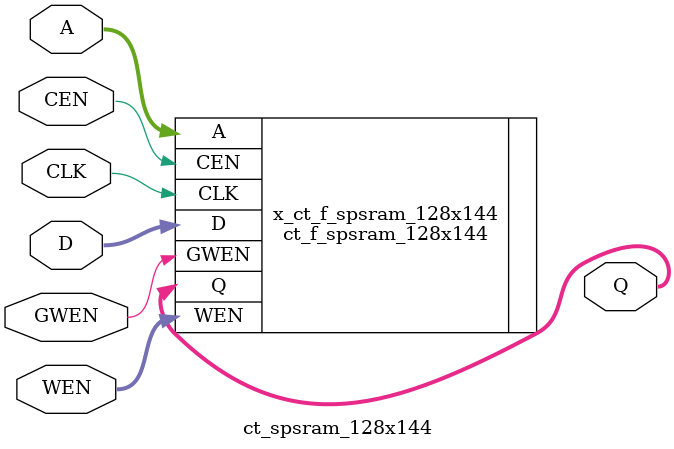
<source format=v>
/*Copyright 2019-2021 T-Head Semiconductor Co., Ltd.

Licensed under the Apache License, Version 2.0 (the "License");
you may not use this file except in compliance with the License.
You may obtain a copy of the License at

    http://www.apache.org/licenses/LICENSE-2.0

Unless required by applicable law or agreed to in writing, software
distributed under the License is distributed on an "AS IS" BASIS,
WITHOUT WARRANTIES OR CONDITIONS OF ANY KIND, either express or implied.
See the License for the specific language governing permissions and
limitations under the License.
*/

// &ModuleBeg; @22
module ct_spsram_128x144(
  A,
  CEN,
  CLK,
  D,
  GWEN,
  Q,
  WEN
);

// &Ports; @23
input   [6  :0]  A;   
input            CEN; 
input            CLK; 
input   [143:0]  D;   
input            GWEN; 
input   [143:0]  WEN; 
output  [143:0]  Q;   

// &Regs; @24

// &Wires; @25
wire    [6  :0]  A;   
wire             CEN; 
wire             CLK; 
wire    [143:0]  D;   
wire             GWEN; 
wire    [143:0]  Q;   
wire    [143:0]  WEN; 


//**********************************************************
//                  Parameter Definition
//**********************************************************
parameter ADDR_WIDTH = 7;
parameter DATA_WIDTH = 144;
parameter WE_WIDTH   = 144;

// &Force("bus","Q",DATA_WIDTH-1,0); @34
// &Force("bus","WEN",WE_WIDTH-1,0); @35
// &Force("bus","A",ADDR_WIDTH-1,0); @36
// &Force("bus","D",DATA_WIDTH-1,0); @37

//  //********************************************************
//  //*                        FPGA memory                   *
//  //********************************************************
//   &Instance("ct_f_spsram_128x144"); @43
ct_f_spsram_128x144  x_ct_f_spsram_128x144 (
  .A    (A   ),
  .CEN  (CEN ),
  .CLK  (CLK ),
  .D    (D   ),
  .GWEN (GWEN),
  .Q    (Q   ),
  .WEN  (WEN )
);

//   &Instance("ct_tsmc_spsram_128x144"); @49

// &ModuleEnd; @65
endmodule



</source>
